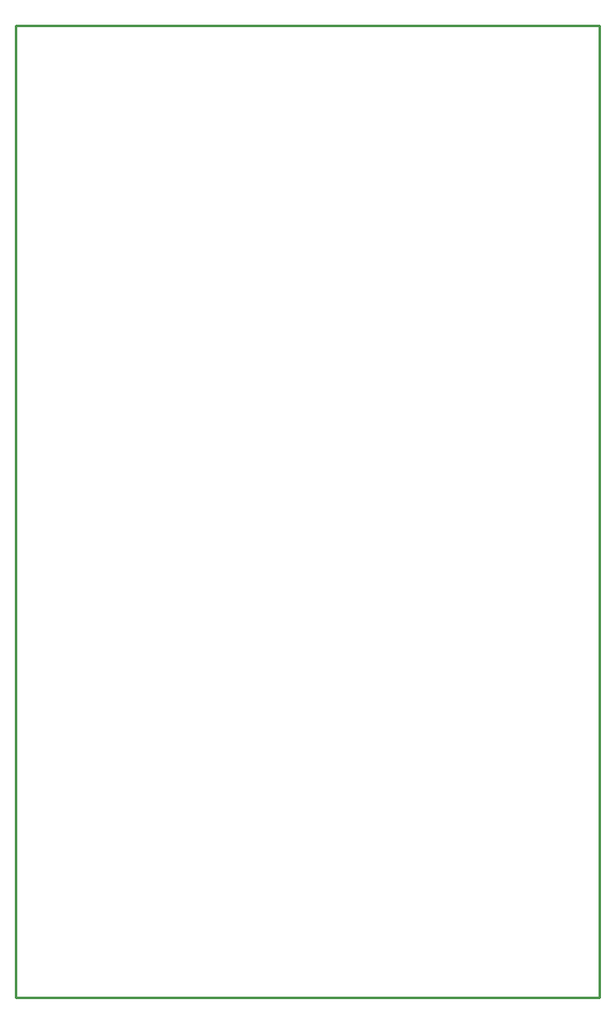
<source format=gko>
G75*
G70*
%OFA0B0*%
%FSLAX24Y24*%
%IPPOS*%
%LPD*%
%AMOC8*
5,1,8,0,0,1.08239X$1,22.5*
%
%ADD10C,0.0100*%
D10*
X005677Y000150D02*
X005677Y039520D01*
X029299Y039520D01*
X029299Y000150D01*
X005677Y000150D01*
M02*

</source>
